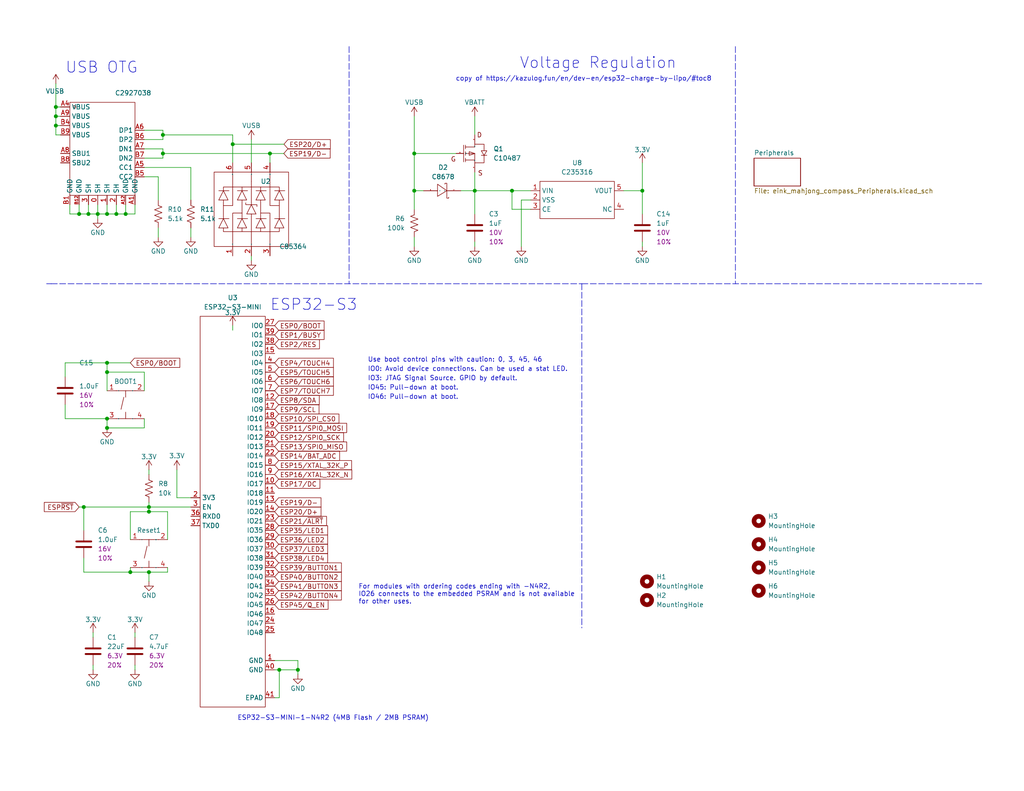
<source format=kicad_sch>
(kicad_sch (version 20250114) (generator "eeschema") (generator_version "9.0")
  (paper "USLetter")
  (title_block (title "eink mahjong compass") (date "2025-11-30") (rev "v1"))
  (lib_symbols
    (symbol "EasyEDA_Lib:ESP32-S3-WROOM-1"
      (property "Reference" "U" (at 0 0 0))
      (symbol "ESP32-S3-WROOM-1_1_0"
        (pin unspecified line (at -11.43 3.81 0) (length 2.54) (name "3V3") (number "2"))
        (pin unspecified line (at -11.43 1.27 0) (length 2.54) (name "EN") (number "3"))
        (pin unspecified line (at -11.43 -1.27 0) (length 2.54) (name "RXD0") (number "36"))
        (pin unspecified line (at -11.43 -3.81 0) (length 2.54) (name "TXD0") (number "37"))
        (pin unspecified line (at 11.43 50.8 180) (length 2.54) (name "IO0") (number "27"))
        (pin unspecified line (at 11.43 48.26 180) (length 2.54) (name "IO1") (number "39"))
        (pin unspecified line (at 11.43 45.72 180) (length 2.54) (name "IO2") (number "38"))
        (pin unspecified line (at 11.43 43.18 180) (length 2.54) (name "IO3") (number "15"))
        (pin unspecified line (at 11.43 40.64 180) (length 2.54) (name "IO4") (number "4"))
        (pin unspecified line (at 11.43 38.1 180) (length 2.54) (name "IO5") (number "5"))
        (pin unspecified line (at 11.43 35.56 180) (length 2.54) (name "IO6") (number "6"))
        (pin unspecified line (at 11.43 33.02 180) (length 2.54) (name "IO7") (number "7"))
        (pin unspecified line (at 11.43 30.48 180) (length 2.54) (name "IO8") (number "12"))
        (pin unspecified line (at 11.43 27.94 180) (length 2.54) (name "IO9") (number "17"))
        (pin unspecified line (at 11.43 25.4 180) (length 2.54) (name "IO10") (number "18"))
        (pin unspecified line (at 11.43 22.86 180) (length 2.54) (name "IO11") (number "19"))
        (pin unspecified line (at 11.43 20.32 180) (length 2.54) (name "IO12") (number "20"))
        (pin unspecified line (at 11.43 17.78 180) (length 2.54) (name "IO13") (number "21"))
        (pin unspecified line (at 11.43 15.24 180) (length 2.54) (name "IO14") (number "22"))
        (pin unspecified line (at 11.43 12.7 180) (length 2.54) (name "IO15") (number "8"))
        (pin unspecified line (at 11.43 10.16 180) (length 2.54) (name "IO16") (number "9"))
        (pin unspecified line (at 11.43 7.62 180) (length 2.54) (name "IO17") (number "10"))
        (pin unspecified line (at 11.43 5.08 180) (length 2.54) (name "IO18") (number "11"))
        (pin unspecified line (at 11.43 2.54 180) (length 2.54) (name "IO19") (number "13"))
        (pin unspecified line (at 11.43 0 180) (length 2.54) (name "IO20") (number "14"))
        (pin unspecified line (at 11.43 -2.54 180) (length 2.54) (name "IO21") (number "23"))
        (pin unspecified line (at 11.43 -5.08 180) (length 2.54) (name "IO35") (number "28"))
        (pin unspecified line (at 11.43 -7.62 180) (length 2.54) (name "IO36") (number "29"))
        (pin unspecified line (at 11.43 -10.16 180) (length 2.54) (name "IO37") (number "30"))
        (pin unspecified line (at 11.43 -12.7 180) (length 2.54) (name "IO38") (number "31"))
        (pin unspecified line (at 11.43 -15.24 180) (length 2.54) (name "IO39") (number "32"))
        (pin unspecified line (at 11.43 -17.78 180) (length 2.54) (name "IO40") (number "33"))
        (pin unspecified line (at 11.43 -20.32 180) (length 2.54) (name "IO41") (number "34"))
        (pin unspecified line (at 11.43 -22.86 180) (length 2.54) (name "IO42") (number "35"))
        (pin unspecified line (at 11.43 -25.4 180) (length 2.54) (name "IO45") (number "26"))
        (pin unspecified line (at 11.43 -27.94 180) (length 2.54) (name "IO46") (number "16"))
        (pin unspecified line (at 11.43 -30.48 180) (length 2.54) (name "IO47") (number "24"))
        (pin unspecified line (at 11.43 -33.02 180) (length 2.54) (name "IO48") (number "25"))
        (pin unspecified line (at 11.43 -40.64 180) (length 2.54) (name "GND") (number "1"))
        (pin unspecified line (at 11.43 -43.18 180) (length 2.54) (name "GND") (number "40"))
        (pin unspecified line (at 11.43 -50.8 180) (length 2.54) (name "EPAD") (number "41"))
      )
    )
    (symbol "EasyEDA_Lib:ME6211C33R5G"
      (property "Reference" "U" (at 0 0 0))
      (symbol "ME6211C33R5G_1_0"
        (pin unspecified line (at -2.54 2.54 0) (length 2.54) (name "VIN") (number "1"))
        (pin unspecified line (at -2.54 0 0) (length 2.54) (name "VSS") (number "2"))
        (pin unspecified line (at -2.54 -2.54 0) (length 2.54) (name "CE") (number "3"))
        (pin unspecified line (at 22.86 2.54 180) (length 2.54) (name "VOUT") (number "5"))
        (pin unspecified line (at 22.86 -2.54 180) (length 2.54) (name "NC") (number "4"))
      )
    )
    (symbol "EasyEDA_Lib:SI2301CDS-T1-GE3"
      (property "Reference" "Q1" (at 6.35 1.2701 0))
      (property "Value" "C10487" (at 6.35 -1.2699 0))
      (symbol "SI2301CDS-T1-GE3_1_0"
        (pin unspecified line (at -3.81 0 0) (length 2.032) (name "G") (number "1"))
        (pin unspecified line (at 1.27 5.08 270) (length 2.54) (name "D") (number "3"))
        (pin unspecified line (at 1.27 -5.08 90) (length 2.54) (name "S") (number "2"))
      )
      (symbol "SI2301CDS-T1-GE3_1_1"
        (text "G" (at -4.572 -1.524 0) (effects (font (size 1.27 1.27))))
        (text "D" (at 2.54 5.08 0) (effects (font (size 1.27 1.27))))
        (text "S" (at 2.794 -5.334 0) (effects (font (size 1.27 1.27))))
      )
    )
    (symbol "EasyEDA_Lib:SRV05-4A_C20615829"
      (property "Reference" "U" (at 0 0 0))
      (symbol "SRV05-4A_C20615829_1_0"
        (pin unspecified line (at -5.08 12.7 270) (length 2.54) (name "I/O") (number "6"))
        (pin unspecified line (at -5.08 -12.7 90) (length 2.54) (name "I/O") (number "1"))
        (pin unspecified line (at 0 12.7 270) (length 2.54) (name "VP") (number "5"))
        (pin unspecified line (at 0 -12.7 90) (length 2.54) (name "VN") (number "2"))
        (pin unspecified line (at 5.08 12.7 270) (length 2.54) (name "I/O") (number "4"))
        (pin unspecified line (at 5.08 -12.7 90) (length 2.54) (name "I/O") (number "3"))
      )
    )
    (symbol "EasyEDA_Lib:SS34_C8678"
      (property "Reference" "D" (at 0 0 0))
      (symbol "SS34_C8678_1_0"
        (pin unspecified line (at -5.08 0 0) (length 3.81) (name "K") (number "1"))
        (pin unspecified line (at 5.08 0 180) (length 3.81) (name "A") (number "2"))
      )
    )
    (symbol "EasyEDA_Lib:TS-1187A-B-A-B"
      (property "Reference" "SW" (at 0 0 0))
      (symbol "TS-1187A-B-A-B_1_0"
        (pin unspecified line (at -5.08 2.54 0) (length 2.54) (name "A") (number "1"))
        (pin unspecified line (at -5.08 -5.08 0) (length 2.54) (name "C") (number "3"))
        (pin unspecified line (at 5.08 2.54 180) (length 2.54) (name "B") (number "2"))
        (pin unspecified line (at 5.08 -5.08 180) (length 2.54) (name "D") (number "4"))
      )
    )
    (symbol "EasyEDA_Lib:USB-TYPE-C-018"
      (property "Reference" "USB2" (at 3.4133 17.78 0))
      (property "Value" "~" (at 3.4133 15.24 0))
      (symbol "USB-TYPE-C-018_1_0"
        (pin unspecified line (at -11.43 11.43 0) (length 2.54) (name "VBUS") (number "A4"))
        (pin unspecified line (at -11.43 8.89 0) (length 2.54) (name "VBUS") (number "A9"))
        (pin unspecified line (at -11.43 6.35 0) (length 2.54) (name "VBUS") (number "B4"))
        (pin unspecified line (at -11.43 3.81 0) (length 2.54) (name "VBUS") (number "B9"))
        (pin unspecified line (at -11.43 -1.27 0) (length 2.54) (name "SBU1") (number "A8"))
        (pin unspecified line (at -11.43 -3.81 0) (length 2.54) (name "SBU2") (number "B8"))
        (pin unspecified line (at -8.89 -15.24 90) (length 2.54) (name "GND") (number "B1"))
        (pin unspecified line (at -6.35 -15.24 90) (length 2.54) (name "GND") (number "B12"))
        (pin unspecified line (at -3.81 -15.24 90) (length 2.54) (name "SH") (number "3"))
        (pin unspecified line (at -1.27 -15.24 90) (length 2.54) (name "SH") (number "0"))
        (pin unspecified line (at 1.27 -15.24 90) (length 2.54) (name "SH") (number "1"))
        (pin unspecified line (at 3.81 -15.24 90) (length 2.54) (name "SH") (number "2"))
        (pin unspecified line (at 6.35 -15.24 90) (length 2.54) (name "GND") (number "A12"))
        (pin unspecified line (at 8.89 -15.24 90) (length 2.54) (name "GND") (number "A1"))
        (pin unspecified line (at 11.43 5.08 180) (length 2.54) (name "DP1") (number "A6"))
        (pin unspecified line (at 11.43 2.54 180) (length 2.54) (name "DP2") (number "B6"))
        (pin unspecified line (at 11.43 0 180) (length 2.54) (name "DN1") (number "A7"))
        (pin unspecified line (at 11.43 -2.54 180) (length 2.54) (name "DN2") (number "B7"))
        (pin unspecified line (at 11.43 -5.08 180) (length 2.54) (name "CC1") (number "A5"))
        (pin unspecified line (at 11.43 -7.62 180) (length 2.54) (name "CC2") (number "B5"))
      )
    )
    (symbol "Mechanical:MountingHole" (pin_names (offset 1.016)) (in_bom no)
      (property "Reference" "H" (at 0 5.08 0))
      (property "Value" "MountingHole" (at 0 3.175 0))
    )
    (symbol "PCM_SparkFun-PowerSymbol:3.3V" (power) (pin_names (offset 0))
      (property "Value" "3.3V" (at 0 3.81 0))
      (symbol "3.3V_1_1"
        (pin power_in line (at 0 0 90) (length 0) (hide yes) (name "3.3V") (number "1"))
      )
    )
    (symbol "PCM_SparkFun-PowerSymbol:GND" (power) (pin_names (offset 0))
      (property "Value" "GND" (at 0 -3.81 0))
      (symbol "GND_1_1"
        (pin power_in line (at 0 0 270) (length 0) (hide yes) (name "GND") (number "1"))
      )
    )
    (symbol "SparkFun-Capacitor:1.0uF_0402_16V_10%" (pin_numbers (hide yes)) (pin_names (offset 0.254))
      (property "Reference" "C" (at 0.635 2.54 0))
      (property "Value" "1.0uF" (at 0.635 -2.54 0))
      (property "Voltage" "16V" (at 0 -6.35 0))
      (property "Tolerance" "10%" (at 0 -8.89 0))
      (symbol "1.0uF_0402_16V_10%_1_1"
        (pin passive line (at 0 3.81 270) (length 2.794) (name "~") (number "1"))
        (pin passive line (at 0 -3.81 90) (length 2.794) (name "~") (number "2"))
      )
    )
    (symbol "SparkFun-Capacitor:2.2uF_0402_10V_10%" (pin_numbers (hide yes)) (pin_names (offset 0.254))
      (property "Reference" "C" (at 0.635 2.54 0))
      (property "Value" "2.2uF" (at 0.635 -2.54 0))
      (property "Voltage" "10V" (at 0 -6.35 0))
      (property "Tolerance" "10%" (at 0 -8.89 0))
      (symbol "2.2uF_0402_10V_10%_1_1"
        (pin passive line (at 0 3.81 270) (length 2.794) (name "~") (number "1"))
        (pin passive line (at 0 -3.81 90) (length 2.794) (name "~") (number "2"))
      )
    )
    (symbol "SparkFun-Capacitor:22uF_0603_6.3V_20%" (pin_numbers (hide yes)) (pin_names (offset 0.254))
      (property "Reference" "C" (at 0.635 2.54 0))
      (property "Value" "22uF" (at 0.635 -2.54 0))
      (property "Voltage" "6.3V" (at 0 -6.35 0))
      (property "Tolerance" "20%" (at 0 -8.89 0))
      (symbol "22uF_0603_6.3V_20%_1_1"
        (pin passive line (at 0 3.81 270) (length 2.794) (name "~") (number "1"))
        (pin passive line (at 0 -3.81 90) (length 2.794) (name "~") (number "2"))
      )
    )
    (symbol "SparkFun-Capacitor:4.7uF_0402_6.3V_10%" (pin_numbers (hide yes)) (pin_names (offset 0.254))
      (property "Reference" "C" (at 0.635 2.54 0))
      (property "Value" "4.7uF" (at 0.635 -2.54 0))
      (property "Voltage" "6.3V" (at 0 -6.35 0))
      (property "Tolerance" "20%" (at 0 -8.89 0))
      (symbol "4.7uF_0402_6.3V_10%_1_1"
        (pin passive line (at 0 3.81 270) (length 2.794) (name "~") (number "1"))
        (pin passive line (at 0 -3.81 90) (length 2.794) (name "~") (number "2"))
      )
    )
    (symbol "SparkFun-PowerSymbol:3.3V" (power) (pin_names (offset 0))
      (property "Value" "3.3V" (at 0 3.81 0))
      (symbol "3.3V_1_1"
        (pin power_in line (at 0 0 90) (length 0) (hide yes) (name "3.3V") (number "1"))
      )
    )
    (symbol "SparkFun-PowerSymbol:GND" (power) (pin_names (offset 0))
      (property "Value" "GND" (at 0 -3.81 0))
      (symbol "GND_1_1"
        (pin power_in line (at 0 0 270) (length 0) (hide yes) (name "GND") (number "1"))
      )
    )
    (symbol "SparkFun-PowerSymbol:VBATT" (power) (pin_names (offset 0))
      (property "Value" "VBATT" (at 0 3.81 0))
      (symbol "VBATT_1_1"
        (pin power_in line (at 0 0 90) (length 0) (hide yes) (name "VBATT") (number "1"))
      )
    )
    (symbol "SparkFun-PowerSymbol:VUSB" (power) (pin_names (offset 0))
      (property "Value" "VUSB" (at 0 3.81 0))
      (symbol "VUSB_1_1"
        (pin power_in line (at 0 0 90) (length 0) (hide yes) (name "VUSB") (number "1"))
      )
    )
    (symbol "SparkFun-Resistor:100k_0402" (pin_numbers (hide yes)) (pin_names (offset 0))
      (property "Reference" "R" (at 0 -2.54 0))
      (property "Value" "100k" (at 0 2.54 0))
      (symbol "100k_0402_1_1"
        (pin passive line (at -3.81 0 0) (length 1.27) (name "~") (number "2"))
        (pin passive line (at 3.81 0 180) (length 1.27) (name "~") (number "1"))
      )
    )
    (symbol "SparkFun-Resistor:10k_0402" (pin_numbers (hide yes)) (pin_names (offset 0))
      (property "Reference" "R" (at 0 -2.54 0))
      (property "Value" "10k" (at 0 2.54 0))
      (symbol "10k_0402_1_1"
        (pin passive line (at -3.81 0 0) (length 1.27) (name "~") (number "2"))
        (pin passive line (at 3.81 0 180) (length 1.27) (name "~") (number "1"))
      )
    )
    (symbol "SparkFun-Resistor:5.1k_0402" (pin_numbers (hide yes)) (pin_names (offset 0))
      (property "Reference" "R" (at 0 -2.54 0))
      (property "Value" "5.1k" (at 0 2.54 0))
      (symbol "5.1k_0402_1_1"
        (pin passive line (at -3.81 0 0) (length 1.27) (name "~") (number "2"))
        (pin passive line (at 3.81 0 180) (length 1.27) (name "~") (number "1"))
      )
    )
  )
  (text "ESP32-S3" (at 73.66 85.09 0) (effects (font (size 3 3)) (justify left bottom)))
  (text "copy of https://kazulog.fun/en/dev-en/esp32-charge-by-lipo/#toc8" (at 159.258 21.59 0) (effects (font (size 1.27 1.27))))
  (text "IO46: Pull-down at boot." (at 100.33 109.22 0) (effects (font (size 1.27 1.27)) (justify left bottom)))
  (text "For modules with ordering codes ending with -N4R2, \nIO26 connects to the embedded PSRAM and is not available\nfor other uses." (at 97.79 165.1 0) (effects (font (size 1.27 1.27)) (justify left bottom)))
  (text "IO45: Pull-down at boot." (at 100.33 106.68 0) (effects (font (size 1.27 1.27)) (justify left bottom)))
  (text "IO3: JTAG Signal Source. GPIO by default." (at 100.33 104.14 0) (effects (font (size 1.27 1.27)) (justify left bottom)))
  (text "USB OTG" (at 17.78 20.32 0) (effects (font (size 3 3)) (justify left bottom)))
  (text "ESP32-S3-MINI-1-N4R2 (4MB Flash / 2MB PSRAM)" (at 64.77 196.85 0) (effects (font (size 1.27 1.27)) (justify left bottom)))
  (text "Voltage Regulation" (at 141.732 19.05 0) (effects (font (size 3 3)) (justify left bottom)))
  (text "IO0: Avoid device connections. Can be used a stat LED." (at 100.33 101.6 0) (effects (font (size 1.27 1.27)) (justify left bottom)))
  (text "Use boot control pins with caution: 0, 3, 45, 46" (at 100.33 99.06 0) (effects (font (size 1.27 1.27)) (justify left bottom)))
  (junction (at 35.56 156.21))
  (junction (at 29.21 58.42))
  (junction (at 129.54 52.07))
  (junction (at 113.03 41.91))
  (junction (at 22.86 138.43))
  (junction (at 175.26 52.07))
  (junction (at 24.13 58.42))
  (junction (at 139.7 52.07))
  (junction (at 113.03 52.07))
  (junction (at 34.29 58.42))
  (junction (at 21.59 58.42))
  (junction (at 76.2 182.88))
  (junction (at 29.21 114.3))
  (junction (at 31.75 58.42))
  (junction (at 40.64 139.7))
  (junction (at 29.21 101.6))
  (junction (at 81.28 182.88))
  (junction (at 44.45 36.83))
  (junction (at 40.64 138.43))
  (junction (at 40.64 156.21))
  (junction (at 15.24 31.75))
  (junction (at 73.66 41.91))
  (junction (at 29.21 116.84))
  (junction (at 44.45 41.91))
  (junction (at 26.67 58.42))
  (junction (at 63.5 39.37))
  (junction (at 15.24 34.29))
  (junction (at 15.24 29.21))
  (junction (at 29.21 99.06))
  (wire (pts (xy 44.45 38.1) (xy 44.45 36.83)))
  (wire (pts (xy 81.28 184.15) (xy 81.28 182.88)))
  (wire (pts (xy 36.83 58.42) (xy 34.29 58.42)))
  (wire (pts (xy 45.72 139.7) (xy 40.64 139.7)))
  (wire (pts (xy 16.51 34.29) (xy 15.24 34.29)))
  (wire (pts (xy 31.75 58.42) (xy 29.21 58.42)))
  (wire (pts (xy 34.29 55.88) (xy 34.29 58.42)))
  (wire (pts (xy 45.72 147.32) (xy 45.72 139.7)))
  (wire (pts (xy 63.5 88.9) (xy 63.5 90.17)))
  (wire (pts (xy 29.21 55.88) (xy 29.21 58.42)))
  (wire (pts (xy 44.45 36.83) (xy 63.5 36.83)))
  (wire (pts (xy 35.56 154.94) (xy 35.56 156.21)))
  (wire (pts (xy 22.86 156.21) (xy 35.56 156.21)))
  (wire (pts (xy 139.7 57.15) (xy 139.7 52.07)))
  (wire (pts (xy 29.21 99.06) (xy 35.56 99.06)))
  (wire (pts (xy 35.56 147.32) (xy 35.56 139.7)))
  (wire (pts (xy 43.18 48.26) (xy 39.37 48.26)))
  (wire (pts (xy 29.21 58.42) (xy 26.67 58.42)))
  (wire (pts (xy 17.78 110.49) (xy 17.78 114.3)))
  (wire (pts (xy 24.13 55.88) (xy 24.13 58.42)))
  (wire (pts (xy 45.72 156.21) (xy 40.64 156.21)))
  (wire (pts (xy 44.45 40.64) (xy 44.45 41.91)))
  (wire (pts (xy 44.45 41.91) (xy 73.66 41.91)))
  (wire (pts (xy 39.37 101.6) (xy 29.21 101.6)))
  (wire (pts (xy 40.64 128.27) (xy 40.64 129.54)))
  (wire (pts (xy 52.07 62.23) (xy 52.07 64.77)))
  (wire (pts (xy 113.03 52.07) (xy 113.03 57.15)))
  (wire (pts (xy 17.78 99.06) (xy 17.78 102.87)))
  (wire (pts (xy 74.93 190.5) (xy 76.2 190.5)))
  (polyline (pts (xy 13.97 77.47) (xy 158.75 77.47)) (stroke (width 0) (type dash)))
  (wire (pts (xy 76.2 190.5) (xy 76.2 182.88)))
  (wire (pts (xy 39.37 106.68) (xy 39.37 101.6)))
  (wire (pts (xy 25.4 173.99) (xy 25.4 172.72)))
  (wire (pts (xy 29.21 101.6) (xy 29.21 106.68)))
  (wire (pts (xy 175.26 66.04) (xy 175.26 67.31)))
  (wire (pts (xy 44.45 43.18) (xy 44.45 41.91)))
  (wire (pts (xy 76.2 182.88) (xy 81.28 182.88)))
  (wire (pts (xy 15.24 31.75) (xy 15.24 29.21)))
  (polyline (pts (xy 158.75 77.47) (xy 267.97 77.47)) (stroke (width 0) (type dash)))
  (wire (pts (xy 73.66 41.91) (xy 73.66 44.45)))
  (wire (pts (xy 35.56 156.21) (xy 40.64 156.21)))
  (wire (pts (xy 40.64 138.43) (xy 52.07 138.43)))
  (wire (pts (xy 52.07 45.72) (xy 52.07 54.61)))
  (wire (pts (xy 36.83 173.99) (xy 36.83 172.72)))
  (polyline (pts (xy 158.75 77.47) (xy 158.75 171.45)) (stroke (width 0) (type dash)))
  (wire (pts (xy 81.28 180.34) (xy 81.28 182.88)))
  (wire (pts (xy 15.24 29.21) (xy 15.24 22.86)))
  (wire (pts (xy 15.24 34.29) (xy 15.24 31.75)))
  (wire (pts (xy 25.4 182.88) (xy 25.4 181.61)))
  (wire (pts (xy 39.37 45.72) (xy 52.07 45.72)))
  (wire (pts (xy 19.05 58.42) (xy 21.59 58.42)))
  (wire (pts (xy 22.86 138.43) (xy 22.86 144.78)))
  (wire (pts (xy 68.58 38.1) (xy 68.58 44.45)))
  (wire (pts (xy 170.18 52.07) (xy 175.26 52.07)))
  (wire (pts (xy 144.78 54.61) (xy 142.24 54.61)))
  (wire (pts (xy 124.46 41.91) (xy 113.03 41.91)))
  (wire (pts (xy 15.24 36.83) (xy 15.24 34.29)))
  (wire (pts (xy 63.5 36.83) (xy 63.5 39.37)))
  (wire (pts (xy 39.37 116.84) (xy 29.21 116.84)))
  (wire (pts (xy 48.26 135.89) (xy 52.07 135.89)))
  (wire (pts (xy 39.37 40.64) (xy 44.45 40.64)))
  (wire (pts (xy 36.83 182.88) (xy 36.83 181.61)))
  (wire (pts (xy 68.58 69.85) (xy 68.58 71.12)))
  (wire (pts (xy 48.26 128.27) (xy 48.26 135.89)))
  (wire (pts (xy 35.56 139.7) (xy 40.64 139.7)))
  (wire (pts (xy 43.18 62.23) (xy 43.18 64.77)))
  (wire (pts (xy 21.59 138.43) (xy 22.86 138.43)))
  (wire (pts (xy 63.5 39.37) (xy 77.47 39.37)))
  (wire (pts (xy 39.37 114.3) (xy 39.37 116.84)))
  (wire (pts (xy 74.93 182.88) (xy 76.2 182.88)))
  (polyline (pts (xy 12.7 77.47) (xy 13.97 77.47)) (stroke (width 0) (type dash)))
  (wire (pts (xy 139.7 52.07) (xy 144.78 52.07)))
  (wire (pts (xy 129.54 52.07) (xy 129.54 58.42)))
  (wire (pts (xy 125.73 52.07) (xy 129.54 52.07)))
  (wire (pts (xy 113.03 52.07) (xy 115.57 52.07)))
  (wire (pts (xy 175.26 52.07) (xy 175.26 44.45)))
  (wire (pts (xy 24.13 58.42) (xy 26.67 58.42)))
  (wire (pts (xy 26.67 55.88) (xy 26.67 58.42)))
  (wire (pts (xy 175.26 52.07) (xy 175.26 58.42)))
  (wire (pts (xy 129.54 52.07) (xy 129.54 46.99)))
  (wire (pts (xy 22.86 152.4) (xy 22.86 156.21)))
  (wire (pts (xy 22.86 138.43) (xy 40.64 138.43)))
  (wire (pts (xy 113.03 41.91) (xy 113.03 31.75)))
  (wire (pts (xy 16.51 36.83) (xy 15.24 36.83)))
  (wire (pts (xy 17.78 114.3) (xy 29.21 114.3)))
  (wire (pts (xy 113.03 41.91) (xy 113.03 52.07)))
  (wire (pts (xy 39.37 43.18) (xy 44.45 43.18)))
  (wire (pts (xy 142.24 54.61) (xy 142.24 67.31)))
  (wire (pts (xy 21.59 55.88) (xy 21.59 58.42)))
  (wire (pts (xy 40.64 138.43) (xy 40.64 139.7)))
  (wire (pts (xy 74.93 180.34) (xy 81.28 180.34)))
  (wire (pts (xy 16.51 31.75) (xy 15.24 31.75)))
  (wire (pts (xy 43.18 48.26) (xy 43.18 54.61)))
  (wire (pts (xy 63.5 39.37) (xy 63.5 44.45)))
  (wire (pts (xy 129.54 52.07) (xy 139.7 52.07)))
  (wire (pts (xy 31.75 55.88) (xy 31.75 58.42)))
  (wire (pts (xy 21.59 58.42) (xy 24.13 58.42)))
  (wire (pts (xy 113.03 64.77) (xy 113.03 67.31)))
  (wire (pts (xy 40.64 138.43) (xy 40.64 137.16)))
  (wire (pts (xy 16.51 29.21) (xy 15.24 29.21)))
  (wire (pts (xy 129.54 66.04) (xy 129.54 67.31)))
  (wire (pts (xy 26.67 58.42) (xy 26.67 59.69)))
  (wire (pts (xy 129.54 31.75) (xy 129.54 36.83)))
  (polyline (pts (xy 95.25 12.7) (xy 95.25 77.47)) (stroke (width 0) (type dash)))
  (wire (pts (xy 39.37 38.1) (xy 44.45 38.1)))
  (wire (pts (xy 19.05 55.88) (xy 19.05 58.42)))
  (wire (pts (xy 34.29 58.42) (xy 31.75 58.42)))
  (wire (pts (xy 73.66 41.91) (xy 77.47 41.91)))
  (polyline (pts (xy 200.66 12.7) (xy 200.66 77.47)) (stroke (width 0) (type dash)))
  (wire (pts (xy 144.78 57.15) (xy 139.7 57.15)))
  (wire (pts (xy 17.78 99.06) (xy 29.21 99.06)))
  (wire (pts (xy 44.45 35.56) (xy 39.37 35.56)))
  (wire (pts (xy 44.45 36.83) (xy 44.45 35.56)))
  (wire (pts (xy 29.21 99.06) (xy 29.21 101.6)))
  (wire (pts (xy 45.72 154.94) (xy 45.72 156.21)))
  (wire (pts (xy 40.64 158.75) (xy 40.64 156.21)))
  (wire (pts (xy 29.21 116.84) (xy 29.21 114.3)))
  (wire (pts (xy 36.83 55.88) (xy 36.83 58.42)))
  (global_label "ESP36{slash}LED2" (shape input) (at 74.93 147.32 0) (property "Intersheetrefs" "${INTERSHEET_REFS}" (effects (hide yes))))
  (global_label "ESP7{slash}TOUCH7" (shape input) (at 74.93 106.68 0) (property "Intersheetrefs" "${INTERSHEET_REFS}" (effects (hide yes))))
  (global_label "ESP37{slash}LED3" (shape input) (at 74.93 149.86 0) (property "Intersheetrefs" "${INTERSHEET_REFS}" (effects (hide yes))))
  (global_label "ESP8{slash}SDA" (shape input) (at 74.93 109.22 0) (property "Intersheetrefs" "${INTERSHEET_REFS}" (effects (hide yes))))
  (global_label "ESP45{slash}Q_EN" (shape input) (at 74.93 165.1 0) (property "Intersheetrefs" "${INTERSHEET_REFS}" (effects (hide yes))))
  (global_label "ESP41{slash}BUTTON3" (shape input) (at 74.93 160.02 0) (property "Intersheetrefs" "${INTERSHEET_REFS}" (effects (hide yes))))
  (global_label "ESP6{slash}TOUCH6" (shape input) (at 74.93 104.14 0) (property "Intersheetrefs" "${INTERSHEET_REFS}" (effects (hide yes))))
  (global_label "ESP21{slash}~{ALRT}" (shape input) (at 74.93 142.24 0) (property "Intersheetrefs" "${INTERSHEET_REFS}" (effects (hide yes))))
  (global_label "ESP14{slash}BAT_ADC" (shape input) (at 74.93 124.46 0) (property "Intersheetrefs" "${INTERSHEET_REFS}" (effects (hide yes))))
  (global_label "ESP0{slash}BOOT" (shape input) (at 74.93 88.9 0) (property "Intersheetrefs" "${INTERSHEET_REFS}" (effects (hide yes))))
  (global_label "ESP2{slash}RES" (shape input) (at 74.93 93.98 0) (property "Intersheetrefs" "${INTERSHEET_REFS}" (effects (hide yes))))
  (global_label "ESP19{slash}D-" (shape input) (at 74.93 137.16 0) (property "Intersheetrefs" "${INTERSHEET_REFS}" (effects (hide yes))))
  (global_label "ESP20{slash}D+" (shape input) (at 77.47 39.37 0) (property "Intersheetrefs" "${INTERSHEET_REFS}" (effects (hide yes))))
  (global_label "ESP13{slash}SPI0_MISO" (shape input) (at 74.93 121.92 0) (property "Intersheetrefs" "${INTERSHEET_REFS}" (effects (hide yes))))
  (global_label "ESP35{slash}LED1" (shape input) (at 74.93 144.78 0) (property "Intersheetrefs" "${INTERSHEET_REFS}" (effects (hide yes))))
  (global_label "ESP42{slash}BUTTON4" (shape input) (at 74.93 162.56 0) (property "Intersheetrefs" "${INTERSHEET_REFS}" (effects (hide yes))))
  (global_label "ESP9{slash}SCL" (shape input) (at 74.93 111.76 0) (property "Intersheetrefs" "${INTERSHEET_REFS}" (effects (hide yes))))
  (global_label "ESP20{slash}D+" (shape input) (at 74.93 139.7 0) (property "Intersheetrefs" "${INTERSHEET_REFS}" (effects (hide yes))))
  (global_label "ESP4{slash}TOUCH4" (shape input) (at 74.93 99.06 0) (property "Intersheetrefs" "${INTERSHEET_REFS}" (effects (hide yes))))
  (global_label "ESP38{slash}LED4" (shape input) (at 74.93 152.4 0) (property "Intersheetrefs" "${INTERSHEET_REFS}" (effects (hide yes))))
  (global_label "ESP40{slash}BUTTON2" (shape input) (at 74.93 157.48 0) (property "Intersheetrefs" "${INTERSHEET_REFS}" (effects (hide yes))))
  (global_label "ESP10{slash}SPI_CS0" (shape input) (at 74.93 114.3 0) (property "Intersheetrefs" "${INTERSHEET_REFS}" (effects (hide yes))))
  (global_label "ESP39{slash}BUTTON1" (shape input) (at 74.93 154.94 0) (property "Intersheetrefs" "${INTERSHEET_REFS}" (effects (hide yes))))
  (global_label "ESP11{slash}SPI0_MOSI" (shape input) (at 74.93 116.84 0) (property "Intersheetrefs" "${INTERSHEET_REFS}" (effects (hide yes))))
  (global_label "ESP17{slash}DC" (shape input) (at 74.93 132.08 0) (property "Intersheetrefs" "${INTERSHEET_REFS}" (effects (hide yes))))
  (global_label "ESP~{RST}" (shape input) (at 21.59 138.43 180) (property "Intersheetrefs" "${INTERSHEET_REFS}" (effects (hide yes))))
  (global_label "ESP5{slash}TOUCH5" (shape input) (at 74.93 101.6 0) (property "Intersheetrefs" "${INTERSHEET_REFS}" (effects (hide yes))))
  (global_label "ESP15{slash}XTAL_32K_P" (shape input) (at 74.93 127 0) (property "Intersheetrefs" "${INTERSHEET_REFS}" (effects (hide yes))))
  (global_label "ESP12{slash}SPI0_SCK" (shape input) (at 74.93 119.38 0) (property "Intersheetrefs" "${INTERSHEET_REFS}" (effects (hide yes))))
  (global_label "ESP1{slash}BUSY" (shape input) (at 74.93 91.44 0) (property "Intersheetrefs" "${INTERSHEET_REFS}" (effects (hide yes))))
  (global_label "ESP16{slash}XTAL_32K_N" (shape input) (at 74.93 129.54 0) (property "Intersheetrefs" "${INTERSHEET_REFS}" (effects (hide yes))))
  (global_label "ESP0{slash}BOOT" (shape input) (at 35.56 99.06 0) (property "Intersheetrefs" "${INTERSHEET_REFS}" (effects (hide yes))))
  (global_label "ESP19{slash}D-" (shape input) (at 77.4299 41.91 0) (property "Intersheetrefs" "${INTERSHEET_REFS}" (effects (hide yes))))
  (symbol (lib_id "SparkFun-PowerSymbol:VBATT") (at 129.54 31.75 0) (unit 1)
    (property "Reference" "#PWR016" (effects (hide yes)))
    (property "Value" "VBATT" (at 129.54 27.94 0))
    (property "Description" "Power symbol creates a global label with name \"VBATT\"" (effects (hide yes)))
  )
  (symbol (lib_id "EasyEDA_Lib:TS-1187A-B-A-B") (at 34.29 109.22 0) (unit 1)
    (property "Reference" "BOOT1" (at 34.29 104.14 0))
    (property "Value" "C318884" (effects (hide yes)))
    (property "Footprint" "EasyEDA_Lib:SW-SMD_4P-L5.1-W5.1-P3.70-LS6.5-TL_H1.5" (effects (hide yes)))
    (property "Datasheet" "https://item.szlcsc.com/datasheet/TS-1187A-B-A-B/299976.html" (effects (hide yes)))
    (property "Description" "Circuit:SPST Actuator Style:Round Button Operating Force:1.6N Mounting Type:Surface Mount,Vertical Length:5.1mm Width:5.1mm Switch Height:1.5mm with Bracket:Without Bracket Contact Current:50mA Voltage Rating:12V Actuator/Cap Color:Gold With Lamp:No Life:" (effects (hide yes)))
    (property "PROD_ID" "C318884" (effects (hide yes)))
    (property "Manufacturer Part" "TS-1187A-B-A-B" (effects (hide yes)))
    (property "Manufacturer" "XKB Connection(中国星坤)" (effects (hide yes)))
    (property "Supplier Part" "C318884" (effects (hide yes)))
    (property "Supplier" "LCSC" (effects (hide yes)))
    (property "LCSC Part Name" "5.1*5.1*1.5mm 立贴 轻触开关" (effects (hide yes)))
  )
  (symbol (lib_id "Mechanical:MountingHole") (at 207.01 142.24 0) (unit 1) (in_bom no)
    (property "Reference" "H3" (at 209.55 140.9699 0) (effects (justify left)))
    (property "Value" "MountingHole" (at 209.55 143.5099 0) (effects (justify left)))
    (property "Footprint" "MountingHole:MountingHole_2.7mm_M2.5_ISO14580" (effects (hide yes)))
    (property "Description" "Mounting Hole without connection" (effects (hide yes)))
  )
  (symbol (lib_id "SparkFun-PowerSymbol:VUSB") (at 15.24 22.86 0) (unit 1)
    (property "Reference" "#PWR014" (effects (hide yes)))
    (property "Value" "VUSB" (at 14.986 24.892 0))
    (property "Description" "Power symbol creates a global label with name \"VUSB\"" (effects (hide yes)))
  )
  (symbol (lib_id "EasyEDA_Lib:ME6211C33R5G") (at 147.32 54.61 0) (unit 1)
    (property "Reference" "U8" (at 157.48 44.45 0))
    (property "Value" "C235316" (at 157.48 46.99 0))
    (property "Footprint" "EasyEDA_Lib:SOT-353_L2.1-W1.3-P0.65-LS2.3-BL" (effects (hide yes)))
    (property "Datasheet" "https://atta.szlcsc.com/upload/public/pdf/source/20180801/C94042_8FDAFF138ADDED65E3D077205E9A8C17.pdf" (effects (hide yes)))
    (property "Description" "Output Type:Fixed Voltage - Supply:6V Output Voltage:3.3V Output Voltage:3.3V Output Current:500mA Power Supply Rejection Ratio (PSRR):70dB@(1kHz) Voltage Dropout:120mV@(100mA) standby current:30uA Noise:50uVrms Features:Enable；Short Circuit Protection Op" (effects (hide yes)))
    (property "Manufacturer Part" "ME6211C33R5G" (effects (hide yes)))
    (property "Manufacturer" "MICRONE(南京微盟)" (effects (hide yes)))
    (property "Supplier Part" "C235316" (effects (hide yes)))
    (property "Supplier" "LCSC" (effects (hide yes)))
    (property "LCSC Part Name" "输入6.5V 输出3.3V 300mA" (effects (hide yes)))
  )
  (symbol (lib_id "SparkFun-Capacitor:22uF_0603_6.3V_20%") (at 25.4 177.8 180) (unit 1)
    (property "Reference" "C1" (at 29.21 173.99 0) (effects (justify right)))
    (property "Value" "22uF" (at 29.21 176.53 0) (effects (justify right)))
    (property "Footprint" "Capacitor_SMD:C_0603_1608Metric" (effects (hide yes)))
    (property "Datasheet" "https://cdn.sparkfun.com/assets/8/a/4/a/5/Kemet_Capacitor_Datasheet.pdf" (effects (hide yes)))
    (property "Description" "Unpolarized capacitor" (effects (hide yes)))
    (property "PROD_ID" "CAP-14464" (effects (hide yes)))
    (property "Voltage" "6.3V" (at 29.21 179.07 0) (effects (justify right)))
    (property "Tolerance" "20%" (at 29.21 181.61 0) (effects (justify right)))
  )
  (symbol (lib_id "SparkFun-PowerSymbol:GND") (at 68.58 71.12 0) (unit 1)
    (property "Reference" "#PWR0101" (effects (hide yes)))
    (property "Value" "GND" (at 68.58 74.93 0))
    (property "Description" "Power symbol creates a global label with name \"GND\" , ground" (effects (hide yes)))
  )
  (symbol (lib_id "EasyEDA_Lib:SS34_C8678") (at 120.65 52.07 180) (unit 1)
    (property "Reference" "D2" (at 120.904 45.72 0))
    (property "Value" "C8678" (at 120.904 48.26 0))
    (property "Footprint" "EasyEDA_Lib:SMA_L4.3-W2.6-LS5.2-RD" (effects (hide yes)))
    (property "Datasheet" "https://item.szlcsc.com/datasheet/SS34/9178.html" (effects (hide yes)))
    (property "Description" "Diode Configuration:Independent Voltage - Forward(Vf@If):550mV@3A Voltage - DC Reverse(Vr):40V Current - Rectified:3A Reverse Leakage Current (Ir):500uA@40V Operating Junction Temperature Range:-55°C~+125°C Operating Junction Temperature Range:-55°C~+125°C" (effects (hide yes)))
    (property "Manufacturer Part" "SS34" (effects (hide yes)))
    (property "Manufacturer" "MDD(辰达半导体)" (effects (hide yes)))
    (property "Supplier Part" "C8678" (effects (hide yes)))
    (property "Supplier" "LCSC" (effects (hide yes)))
    (property "LCSC Part Name" "电压:40V 电流:3A" (effects (hide yes)))
  )
  (symbol (lib_id "SparkFun-PowerSymbol:GND") (at 25.4 182.88 0) (unit 1)
    (property "Reference" "#PWR0115" (effects (hide yes)))
    (property "Value" "GND" (at 25.4 186.69 0))
    (property "Description" "Power symbol creates a global label with name \"GND\" , ground" (effects (hide yes)))
  )
  (symbol (lib_id "SparkFun-PowerSymbol:3.3V") (at 175.26 44.45 0) (unit 1)
    (property "Reference" "#PWR017" (effects (hide yes)))
    (property "Value" "3.3V" (at 175.26 40.894 0))
    (property "Description" "Power symbol creates a global label with name \"3.3V\"" (effects (hide yes)))
  )
  (symbol (lib_id "Mechanical:MountingHole") (at 207.01 154.94 0) (unit 1) (in_bom no)
    (property "Reference" "H5" (at 209.55 153.6699 0) (effects (justify left)))
    (property "Value" "MountingHole" (at 209.55 156.2099 0) (effects (justify left)))
    (property "Footprint" "MountingHole:MountingHole_2.7mm_M2.5_ISO14580" (effects (hide yes)))
    (property "Description" "Mounting Hole without connection" (effects (hide yes)))
  )
  (symbol (lib_id "EasyEDA_Lib:SI2301CDS-T1-GE3") (at 128.27 41.91 0) (unit 1)
    (property "Reference" "Q1" (at 134.62 40.6399 0) (effects (justify left)))
    (property "Value" "C10487" (at 134.62 43.1799 0) (effects (justify left)))
    (property "Footprint" "EasyEDA_Lib:SOT-23-3_L3.0-W1.7-P0.95-LS2.9-BR" (effects (hide yes)))
    (property "Datasheet" "https://item.szlcsc.com/datasheet/SI2301CDS-T1-GE3/11030.html" (effects (hide yes)))
    (property "Description" "Number:1 P-Channel Drain to Source Voltage:20V Current - Continuous Drain(Id):3.1A RDS(on):142mΩ@2.5V,2.7A Pd - Power Dissipation:1.6W Gate Threshold Voltage (Vgs(th)):1V@250uA Gate Charge(Qg):10nC@4.5V Input Capacitance(Ciss):405pF Reverse Transfer Capac" (effects (hide yes)))
    (property "Manufacturer Part" "SI2301CDS-T1-GE3" (effects (hide yes)))
    (property "Manufacturer" "VISHAY(威世)" (effects (hide yes)))
    (property "Supplier Part" "C10487" (effects (hide yes)))
    (property "Supplier" "LCSC" (effects (hide yes)))
    (property "LCSC Part Name" "1个P沟道 耐压:20V 电流:3.1A" (effects (hide yes)))
  )
  (symbol (lib_id "EasyEDA_Lib:TS-1187A-B-A-B") (at 40.64 149.86 0) (unit 1)
    (property "Reference" "Reset1" (at 40.64 144.78 0))
    (property "Value" "C318884" (effects (hide yes)))
    (property "Footprint" "EasyEDA_Lib:SW-SMD_4P-L5.1-W5.1-P3.70-LS6.5-TL_H1.5" (effects (hide yes)))
    (property "Datasheet" "https://item.szlcsc.com/datasheet/TS-1187A-B-A-B/299976.html" (effects (hide yes)))
    (property "Description" "Circuit:SPST Actuator Style:Round Button Operating Force:1.6N Mounting Type:Surface Mount,Vertical Length:5.1mm Width:5.1mm Switch Height:1.5mm with Bracket:Without Bracket Contact Current:50mA Voltage Rating:12V Actuator/Cap Color:Gold With Lamp:No Life:" (effects (hide yes)))
    (property "PROD_ID" "C318884" (effects (hide yes)))
    (property "Manufacturer Part" "TS-1187A-B-A-B" (effects (hide yes)))
    (property "Manufacturer" "XKB Connection(中国星坤)" (effects (hide yes)))
    (property "Supplier Part" "C318884" (effects (hide yes)))
    (property "Supplier" "LCSC" (effects (hide yes)))
    (property "LCSC Part Name" "5.1*5.1*1.5mm 立贴 轻触开关" (effects (hide yes)))
  )
  (symbol (lib_id "SparkFun-Resistor:5.1k_0402") (at 52.07 58.42 90) (unit 1)
    (property "Reference" "R11" (at 54.61 57.15 90) (effects (justify right)))
    (property "Value" "5.1k" (at 54.61 59.69 90) (effects (justify right)))
    (property "Footprint" "Resistor_SMD:R_0402_1005Metric" (effects (hide yes)))
    (property "Datasheet" "https://www.vishay.com/docs/20035/dcrcwe3.pdf" (effects (hide yes)))
    (property "Description" "Resistor" (effects (hide yes)))
    (property "PROD_ID" "RES-14340" (effects (hide yes)))
  )
  (symbol (lib_id "SparkFun-Resistor:100k_0402") (at 113.03 60.96 270) (mirror x) (unit 1)
    (property "Reference" "R6" (at 110.49 59.69 90) (effects (justify right)))
    (property "Value" "100k" (at 110.49 62.23 90) (effects (justify right)))
    (property "Footprint" "Resistor_SMD:R_0402_1005Metric" (effects (hide yes)))
    (property "Datasheet" "https://www.vishay.com/docs/20035/dcrcwe3.pdf" (effects (hide yes)))
    (property "Description" "Resistor" (effects (hide yes)))
    (property "PROD_ID" "RES-13495" (effects (hide yes)))
  )
  (symbol (lib_id "SparkFun-Capacitor:1.0uF_0402_16V_10%") (at 22.86 148.59 0) (unit 1)
    (property "Reference" "C6" (at 26.67 144.78 0) (effects (justify left)))
    (property "Value" "1.0uF" (at 26.67 147.32 0) (effects (justify left)))
    (property "Footprint" "Capacitor_SMD:C_0402_1005Metric" (effects (hide yes)))
    (property "Datasheet" "https://cdn.sparkfun.com/assets/8/a/4/a/5/Kemet_Capacitor_Datasheet.pdf" (effects (hide yes)))
    (property "Description" "Unpolarized capacitor" (effects (hide yes)))
    (property "PROD_ID" "CAP-14969" (effects (hide yes)))
    (property "Voltage" "16V" (at 26.67 149.86 0) (effects (justify left)))
    (property "Tolerance" "10%" (at 26.67 152.4 0) (effects (justify left)))
  )
  (symbol (lib_id "SparkFun-PowerSymbol:GND") (at 36.83 182.88 0) (unit 1)
    (property "Reference" "#PWR0120" (effects (hide yes)))
    (property "Value" "GND" (at 36.83 186.69 0))
    (property "Description" "Power symbol creates a global label with name \"GND\" , ground" (effects (hide yes)))
  )
  (symbol (lib_id "Mechanical:MountingHole") (at 176.53 158.75 0) (unit 1) (in_bom no)
    (property "Reference" "H1" (at 179.07 157.4799 0) (effects (justify left)))
    (property "Value" "MountingHole" (at 179.07 160.0199 0) (effects (justify left)))
    (property "Footprint" "MountingHole:MountingHole_6.4mm_M6_DIN965" (effects (hide yes)))
    (property "Description" "Mounting Hole without connection" (effects (hide yes)))
  )
  (symbol (lib_id "SparkFun-Resistor:10k_0402") (at 40.64 133.35 90) (unit 1)
    (property "Reference" "R8" (at 43.18 132.08 90) (effects (justify right)))
    (property "Value" "10k" (at 43.18 134.62 90) (effects (justify right)))
    (property "Footprint" "Resistor_SMD:R_0402_1005Metric" (effects (hide yes)))
    (property "Datasheet" "https://www.vishay.com/docs/20035/dcrcwe3.pdf" (effects (hide yes)))
    (property "Description" "Resistor" (effects (hide yes)))
    (property "PROD_ID" "RES-14241" (effects (hide yes)))
  )
  (symbol (lib_id "SparkFun-PowerSymbol:GND") (at 129.54 67.31 0) (unit 1)
    (property "Reference" "#PWR09" (effects (hide yes)))
    (property "Value" "GND" (at 129.54 71.12 0))
    (property "Description" "Power symbol creates a global label with name \"GND\" , ground" (effects (hide yes)))
  )
  (symbol (lib_id "SparkFun-PowerSymbol:GND") (at 40.64 158.75 0) (unit 1)
    (property "Reference" "#PWR0121" (effects (hide yes)))
    (property "Value" "GND" (at 40.64 162.56 0))
    (property "Description" "Power symbol creates a global label with name \"GND\" , ground" (effects (hide yes)))
  )
  (symbol (lib_id "EasyEDA_Lib:SRV05-4A_C20615829") (at 68.58 57.15 0) (unit 1)
    (property "Reference" "U2" (at 71.12 49.53 0) (effects (justify left)))
    (property "Value" "C85364" (at 76.2 67.31 0) (effects (justify left)))
    (property "Footprint" "EasyEDA_Lib:SOT-23-6_L2.9-W1.6-P0.95-LS2.9-BL" (effects (hide yes)))
    (property "Datasheet" "https://item.szlcsc.com/datasheet/SRV05-4A/21980004.html" (effects (hide yes)))
    (property "Description" "Polarity:Unidirectional Reverse Stand-Off Voltage (Vrwm):5V Clamping Voltage:15V Peak Pulse Current (Ipp):4A@8/20us Peak Pulse Power Dissipation (Ppp):80W@8/20us Voltage - Breakdown:6V Reverse Leakage Current (Ir):5uA Operating Temperature:-55°C~+155°C Oper" (effects (hide yes)))
    (property "PROD_ID" "IC-13538" (effects (hide yes)))
    (property "Manufacturer Part" "C85364" (effects (hide yes)))
    (property "Manufacturer" "R+O(宏嘉诚)" (effects (hide yes)))
    (property "Supplier Part" "C85364" (effects (hide yes)))
    (property "Supplier" "LCSC" (effects (hide yes)))
    (property "LCSC Part Name" "丝印:V05 单向ESD 5V截止 峰值浪涌电流：4A@8/20us" (effects (hide yes)))
  )
  (symbol (lib_id "SparkFun-PowerSymbol:GND") (at 175.26 67.31 0) (unit 1)
    (property "Reference" "#PWR019" (effects (hide yes)))
    (property "Value" "GND" (at 175.26 71.12 0))
    (property "Description" "Power symbol creates a global label with name \"GND\" , ground" (effects (hide yes)))
  )
  (symbol (lib_id "Mechanical:MountingHole") (at 176.53 163.83 0) (unit 1) (in_bom no)
    (property "Reference" "H2" (at 179.07 162.5599 0) (effects (justify left)))
    (property "Value" "MountingHole" (at 179.07 165.0999 0) (effects (justify left)))
    (property "Footprint" "MountingHole:MountingHole_6.4mm_M6_DIN965" (effects (hide yes)))
    (property "Description" "Mounting Hole without connection" (effects (hide yes)))
  )
  (symbol (lib_id "PCM_SparkFun-PowerSymbol:3.3V") (at 48.26 128.27 0) (unit 1)
    (property "Reference" "#PWR03" (effects (hide yes)))
    (property "Value" "3.3V" (at 48.26 124.46 0))
    (property "Description" "Power symbol creates a global label with name \"3.3V\"" (effects (hide yes)))
  )
  (symbol (lib_id "SparkFun-Capacitor:4.7uF_0402_6.3V_10%") (at 36.83 177.8 0) (unit 1)
    (property "Reference" "C7" (at 40.64 173.99 0) (effects (justify left)))
    (property "Value" "4.7uF" (at 40.64 176.53 0) (effects (justify left)))
    (property "Footprint" "Capacitor_SMD:C_0402_1005Metric" (effects (hide yes)))
    (property "Datasheet" "https://cdn.sparkfun.com/assets/8/a/4/a/5/Kemet_Capacitor_Datasheet.pdf" (effects (hide yes)))
    (property "Description" "Unpolarized capacitor" (effects (hide yes)))
    (property "PROD_ID" "CAP-14240" (effects (hide yes)))
    (property "Voltage" "6.3V" (at 40.64 179.07 0) (effects (justify left)))
    (property "Tolerance" "20%" (at 40.64 181.61 0) (effects (justify left)))
  )
  (symbol (lib_id "SparkFun-Capacitor:2.2uF_0402_10V_10%") (at 175.26 62.23 0) (unit 1)
    (property "Reference" "C14" (at 179.07 58.42 0) (effects (justify left)))
    (property "Value" "1uF" (at 179.07 60.96 0) (effects (justify left)))
    (property "Footprint" "Capacitor_SMD:C_0402_1005Metric" (effects (hide yes)))
    (property "Description" "Unpolarized capacitor" (effects (hide yes)))
    (property "PROD_ID" "CAP-14232" (effects (hide yes)))
    (property "Voltage" "10V" (at 179.07 63.5 0) (effects (justify left)))
    (property "Tolerance" "10%" (at 179.07 66.04 0) (effects (justify left)))
  )
  (symbol (lib_id "SparkFun-PowerSymbol:GND") (at 113.03 67.31 0) (unit 1)
    (property "Reference" "#PWR04" (effects (hide yes)))
    (property "Value" "GND" (at 113.03 71.12 0))
    (property "Description" "Power symbol creates a global label with name \"GND\" , ground" (effects (hide yes)))
  )
  (symbol (lib_id "Mechanical:MountingHole") (at 207.01 161.29 0) (unit 1) (in_bom no)
    (property "Reference" "H6" (at 209.55 160.0199 0) (effects (justify left)))
    (property "Value" "MountingHole" (at 209.55 162.5599 0) (effects (justify left)))
    (property "Footprint" "MountingHole:MountingHole_2.7mm_M2.5_ISO14580" (effects (hide yes)))
    (property "Description" "Mounting Hole without connection" (effects (hide yes)))
  )
  (symbol (lib_id "SparkFun-PowerSymbol:GND") (at 26.67 59.69 0) (unit 1)
    (property "Reference" "#PWR010" (effects (hide yes)))
    (property "Value" "GND" (at 26.67 63.5 0))
    (property "Description" "Power symbol creates a global label with name \"GND\" , ground" (effects (hide yes)))
  )
  (symbol (lib_id "SparkFun-PowerSymbol:3.3V") (at 25.4 172.72 0) (unit 1)
    (property "Reference" "#PWR0116" (effects (hide yes)))
    (property "Value" "3.3V" (at 25.4 169.164 0))
    (property "Description" "Power symbol creates a global label with name \"3.3V\"" (effects (hide yes)))
  )
  (symbol (lib_id "SparkFun-PowerSymbol:VUSB") (at 68.58 38.1 0) (unit 1)
    (property "Reference" "#PWR012" (effects (hide yes)))
    (property "Value" "VUSB" (at 68.58 34.29 0))
    (property "Description" "Power symbol creates a global label with name \"VUSB\"" (effects (hide yes)))
  )
  (symbol (lib_id "SparkFun-PowerSymbol:GND") (at 142.24 67.31 0) (unit 1)
    (property "Reference" "#PWR011" (effects (hide yes)))
    (property "Value" "GND" (at 142.24 71.12 0))
    (property "Description" "Power symbol creates a global label with name \"GND\" , ground" (effects (hide yes)))
  )
  (symbol (lib_id "Mechanical:MountingHole") (at 207.01 148.59 0) (unit 1) (in_bom no)
    (property "Reference" "H4" (at 209.55 147.3199 0) (effects (justify left)))
    (property "Value" "MountingHole" (at 209.55 149.8599 0) (effects (justify left)))
    (property "Footprint" "MountingHole:MountingHole_2.7mm_M2.5_ISO14580" (effects (hide yes)))
    (property "Description" "Mounting Hole without connection" (effects (hide yes)))
  )
  (symbol (lib_id "SparkFun-PowerSymbol:GND") (at 29.21 116.84 0) (unit 1)
    (property "Reference" "#PWR07" (effects (hide yes)))
    (property "Value" "GND" (at 29.21 120.65 0))
    (property "Description" "Power symbol creates a global label with name \"GND\" , ground" (effects (hide yes)))
  )
  (symbol (lib_id "SparkFun-Capacitor:2.2uF_0402_10V_10%") (at 129.54 62.23 0) (unit 1)
    (property "Reference" "C3" (at 133.35 58.42 0) (effects (justify left)))
    (property "Value" "1uF" (at 133.35 60.96 0) (effects (justify left)))
    (property "Footprint" "Capacitor_SMD:C_0402_1005Metric" (effects (hide yes)))
    (property "Description" "Unpolarized capacitor" (effects (hide yes)))
    (property "PROD_ID" "CAP-14232" (effects (hide yes)))
    (property "Voltage" "10V" (at 133.35 63.5 0) (effects (justify left)))
    (property "Tolerance" "10%" (at 133.35 66.04 0) (effects (justify left)))
  )
  (symbol (lib_id "SparkFun-PowerSymbol:3.3V") (at 40.64 128.27 0) (unit 1)
    (property "Reference" "#PWR0123" (effects (hide yes)))
    (property "Value" "3.3V" (at 40.64 124.714 0))
    (property "Description" "Power symbol creates a global label with name \"3.3V\"" (effects (hide yes)))
  )
  (symbol (lib_id "SparkFun-PowerSymbol:3.3V") (at 63.5 88.9 0) (unit 1)
    (property "Reference" "#PWR0112" (effects (hide yes)))
    (property "Value" "3.3V" (at 63.5 85.344 0))
    (property "Description" "Power symbol creates a global label with name \"3.3V\"" (effects (hide yes)))
  )
  (symbol (lib_id "SparkFun-PowerSymbol:3.3V") (at 36.83 172.72 0) (unit 1)
    (property "Reference" "#PWR0119" (effects (hide yes)))
    (property "Value" "3.3V" (at 36.83 169.164 0))
    (property "Description" "Power symbol creates a global label with name \"3.3V\"" (effects (hide yes)))
  )
  (symbol (lib_id "EasyEDA_Lib:USB-TYPE-C-018") (at 27.94 40.64 0) (unit 1)
    (property "Reference" "USB2" (effects (hide yes)))
    (property "Value" "C2927038" (at 31.3533 25.4 0) (effects (justify left)))
    (property "Footprint" "EasyEDA_Lib:USB-C_SMD-TYPE-C-31-M-12" (effects (hide yes)))
    (property "Datasheet" "https://atta.szlcsc.com/upload/public/pdf/source/20211217/CCD3D517E355E8E0CC52ABD8D5784AD8.pdf" (effects (hide yes)))
    (property "Description" "Connector Type:Type-C Standard:- Gender:Female Mounting Style:Horizontal attachment Number of Contacts:16P Number of Ports:1 Current Rating - Power (Max):3A Operating Temperature Range:-25°C~+85°C Operating Temperature Range:-25°C~+85°C" (effects (hide yes)))
    (property "Manufacturer Part" "USB-TYPE-C-018" (effects (hide yes)))
    (property "Manufacturer" "DEALON(德艺隆)" (effects (hide yes)))
    (property "Supplier Part" "C2927038" (effects (hide yes)))
    (property "Supplier" "LCSC" (effects (hide yes)))
    (property "LCSC Part Name" "Type-C 母 卧贴" (effects (hide yes)))
  )
  (symbol (lib_id "SparkFun-PowerSymbol:GND") (at 52.07 64.77 0) (unit 1)
    (property "Reference" "#PWR0105" (effects (hide yes)))
    (property "Value" "GND" (at 52.07 68.58 0))
    (property "Description" "Power symbol creates a global label with name \"GND\" , ground" (effects (hide yes)))
  )
  (symbol (lib_id "SparkFun-Resistor:5.1k_0402") (at 43.18 58.42 270) (unit 1)
    (property "Reference" "R10" (at 45.72 57.15 90) (effects (justify left)))
    (property "Value" "5.1k" (at 45.72 59.69 90) (effects (justify left)))
    (property "Footprint" "Resistor_SMD:R_0402_1005Metric" (effects (hide yes)))
    (property "Datasheet" "https://www.vishay.com/docs/20035/dcrcwe3.pdf" (effects (hide yes)))
    (property "Description" "Resistor" (effects (hide yes)))
    (property "PROD_ID" "RES-14340" (effects (hide yes)))
  )
  (symbol (lib_id "SparkFun-PowerSymbol:GND") (at 43.18 64.77 0) (unit 1)
    (property "Reference" "#PWR0102" (effects (hide yes)))
    (property "Value" "GND" (at 43.18 68.58 0))
    (property "Description" "Power symbol creates a global label with name \"GND\" , ground" (effects (hide yes)))
  )
  (symbol (lib_id "PCM_SparkFun-PowerSymbol:GND") (at 81.28 184.15 0) (unit 1)
    (property "Reference" "#PWR02" (effects (hide yes)))
    (property "Value" "GND" (at 81.28 187.96 0))
    (property "Description" "Power symbol creates a global label with name \"GND\" , ground" (effects (hide yes)))
  )
  (symbol (lib_id "SparkFun-PowerSymbol:VUSB") (at 113.03 31.75 0) (mirror y) (unit 1)
    (property "Reference" "#PWR018" (effects (hide yes)))
    (property "Value" "VUSB" (at 113.03 27.94 0))
    (property "Description" "Power symbol creates a global label with name \"VUSB\"" (effects (hide yes)))
  )
  (symbol (lib_id "EasyEDA_Lib:ESP32-S3-WROOM-1") (at 63.5 139.7 0) (unit 1) (in_bom no)
    (property "Reference" "U3" (at 63.5 81.28 0))
    (property "Value" "ESP32-S3-MINI" (at 63.5 83.82 0))
    (property "Footprint" "EasyEDA_Lib:WIRELM-SMD_ESP32-S3-WROOM-1" (effects (hide yes)))
    (property "Datasheet" "https://www.espressif.com/sites/default/files/documentation/esp32-s3-mini-1_mini-1u_datasheet_en.pdf" (effects (hide yes)))
    (property "PROD_ID" "IC-20979" (effects (hide yes)))
    (property "Manufacturer Part" "ESP32-S3-WROOM-1" (effects (hide yes)))
    (property "Supplier Part" "C9900163599" (effects (hide yes)))
    (property "Supplier" "LCSC" (effects (hide yes)))
    (property "LCSC Part Name" "ESP32-S3-WROOM-1" (effects (hide yes)))
  )
  (symbol (lib_id "SparkFun-Capacitor:1.0uF_0402_16V_10%") (at 17.78 106.68 0) (unit 1)
    (property "Reference" "C15" (at 21.59 99.06 0) (effects (justify left)))
    (property "Value" "1.0uF" (at 21.59 105.41 0) (effects (justify left)))
    (property "Footprint" "Capacitor_SMD:C_0402_1005Metric" (effects (hide yes)))
    (property "Datasheet" "https://cdn.sparkfun.com/assets/8/a/4/a/5/Kemet_Capacitor_Datasheet.pdf" (effects (hide yes)))
    (property "Description" "Unpolarized capacitor" (effects (hide yes)))
    (property "PROD_ID" "CAP-14969" (effects (hide yes)))
    (property "Voltage" "16V" (at 21.59 107.95 0) (effects (justify left)))
    (property "Tolerance" "10%" (at 21.59 110.49 0) (effects (justify left)))
  )
  (sheet (at 205.74 43.18) (size 12.7 7.62) (stroke (width 0.1524))
    (property "Sheetname" "Peripherals" (at 205.74 42.4684 0) (effects (justify left bottom)))
    (property "Sheetfile" "eink_mahjong_compass_Peripherals.kicad_sch" (at 205.74 51.3846 0) (effects (justify left top)))
  )
)
</source>
